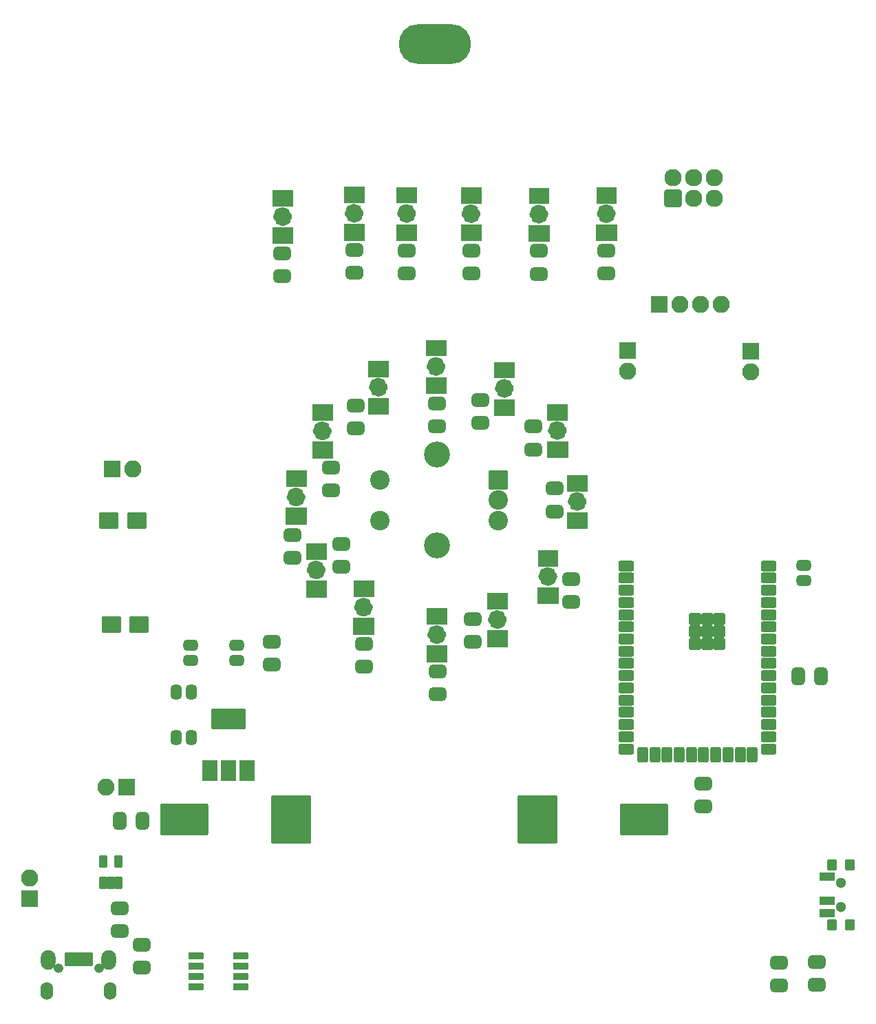
<source format=gbr>
%TF.GenerationSoftware,KiCad,Pcbnew,(6.0.1)*%
%TF.CreationDate,2022-08-20T09:02:39-05:00*%
%TF.ProjectId,BsidesKC-2022-Safe-Badge,42736964-6573-44b4-932d-323032322d53,0-c*%
%TF.SameCoordinates,Original*%
%TF.FileFunction,Soldermask,Bot*%
%TF.FilePolarity,Negative*%
%FSLAX46Y46*%
G04 Gerber Fmt 4.6, Leading zero omitted, Abs format (unit mm)*
G04 Created by KiCad (PCBNEW (6.0.1)) date 2022-08-20 09:02:39*
%MOMM*%
%LPD*%
G01*
G04 APERTURE LIST*
G04 Aperture macros list*
%AMRoundRect*
0 Rectangle with rounded corners*
0 $1 Rounding radius*
0 $2 $3 $4 $5 $6 $7 $8 $9 X,Y pos of 4 corners*
0 Add a 4 corners polygon primitive as box body*
4,1,4,$2,$3,$4,$5,$6,$7,$8,$9,$2,$3,0*
0 Add four circle primitives for the rounded corners*
1,1,$1+$1,$2,$3*
1,1,$1+$1,$4,$5*
1,1,$1+$1,$6,$7*
1,1,$1+$1,$8,$9*
0 Add four rect primitives between the rounded corners*
20,1,$1+$1,$2,$3,$4,$5,0*
20,1,$1+$1,$4,$5,$6,$7,0*
20,1,$1+$1,$6,$7,$8,$9,0*
20,1,$1+$1,$8,$9,$2,$3,0*%
G04 Aperture macros list end*
%ADD10C,1.152495*%
%ADD11C,0.100000*%
%ADD12O,2.127200X2.127200*%
%ADD13RoundRect,0.200000X-0.863600X0.863600X-0.863600X-0.863600X0.863600X-0.863600X0.863600X0.863600X0*%
%ADD14C,2.127200*%
%ADD15R,2.463800X1.955800*%
%ADD16R,2.438400X1.930400*%
%ADD17O,8.900000X4.900000*%
%ADD18RoundRect,0.200000X-0.850000X0.850000X-0.850000X-0.850000X0.850000X-0.850000X0.850000X0.850000X0*%
%ADD19O,2.100000X2.100000*%
%ADD20RoundRect,0.450000X-0.625000X0.375000X-0.625000X-0.375000X0.625000X-0.375000X0.625000X0.375000X0*%
%ADD21RoundRect,0.450000X-0.375000X-0.625000X0.375000X-0.625000X0.375000X0.625000X-0.375000X0.625000X0*%
%ADD22RoundRect,0.450000X0.625000X-0.375000X0.625000X0.375000X-0.625000X0.375000X-0.625000X-0.375000X0*%
%ADD23RoundRect,0.200000X0.750000X1.100000X-0.750000X1.100000X-0.750000X-1.100000X0.750000X-1.100000X0*%
%ADD24RoundRect,0.200000X1.900000X1.100000X-1.900000X1.100000X-1.900000X-1.100000X1.900000X-1.100000X0*%
%ADD25RoundRect,0.200000X0.750000X0.450000X-0.750000X0.450000X-0.750000X-0.450000X0.750000X-0.450000X0*%
%ADD26RoundRect,0.200000X0.450000X-0.750000X0.450000X0.750000X-0.450000X0.750000X-0.450000X-0.750000X0*%
%ADD27RoundRect,0.200000X-0.750000X-0.450000X0.750000X-0.450000X0.750000X0.450000X-0.750000X0.450000X0*%
%ADD28RoundRect,0.200000X-0.550000X-0.550000X0.550000X-0.550000X0.550000X0.550000X-0.550000X0.550000X0*%
%ADD29RoundRect,0.200000X0.974000X0.850000X-0.974000X0.850000X-0.974000X-0.850000X0.974000X-0.850000X0*%
%ADD30RoundRect,0.443750X0.456250X-0.243750X0.456250X0.243750X-0.456250X0.243750X-0.456250X-0.243750X0*%
%ADD31RoundRect,0.200000X0.850000X0.850000X-0.850000X0.850000X-0.850000X-0.850000X0.850000X-0.850000X0*%
%ADD32RoundRect,0.200000X2.750000X1.750000X-2.750000X1.750000X-2.750000X-1.750000X2.750000X-1.750000X0*%
%ADD33RoundRect,0.200000X2.250000X2.750000X-2.250000X2.750000X-2.250000X-2.750000X2.250000X-2.750000X0*%
%ADD34RoundRect,0.070000X-0.875000X0.325000X-0.875000X-0.325000X0.875000X-0.325000X0.875000X0.325000X0*%
%ADD35O,1.200000X1.200000*%
%ADD36RoundRect,0.200000X0.220000X0.650000X-0.220000X0.650000X-0.220000X-0.650000X0.220000X-0.650000X0*%
%ADD37O,1.850000X2.400000*%
%ADD38O,1.550000X2.200000*%
%ADD39RoundRect,0.200000X0.300000X0.600000X-0.300000X0.600000X-0.300000X-0.600000X0.300000X-0.600000X0*%
%ADD40RoundRect,0.443750X0.243750X0.456250X-0.243750X0.456250X-0.243750X-0.456250X0.243750X-0.456250X0*%
%ADD41RoundRect,0.200000X-0.850000X-0.850000X0.850000X-0.850000X0.850000X0.850000X-0.850000X0.850000X0*%
%ADD42RoundRect,0.200000X1.000000X1.000000X-1.000000X1.000000X-1.000000X-1.000000X1.000000X-1.000000X0*%
%ADD43C,2.400000*%
%ADD44C,3.200000*%
%ADD45RoundRect,0.200000X0.850000X-0.850000X0.850000X0.850000X-0.850000X0.850000X-0.850000X-0.850000X0*%
%ADD46RoundRect,0.200000X-0.974000X-0.850000X0.974000X-0.850000X0.974000X0.850000X-0.974000X0.850000X0*%
%ADD47RoundRect,0.200000X-0.400000X0.500000X-0.400000X-0.500000X0.400000X-0.500000X0.400000X0.500000X0*%
%ADD48C,1.300000*%
%ADD49RoundRect,0.200000X-0.750000X0.350000X-0.750000X-0.350000X0.750000X-0.350000X0.750000X0.350000X0*%
G04 APERTURE END LIST*
%TO.C,D1*%
D10*
X129926247Y-51950000D02*
G75*
G03*
X129926247Y-51950000I-576247J0D01*
G01*
D11*
X130594600Y-55252000D02*
X130594600Y-53270800D01*
X130594600Y-53270800D02*
X128105400Y-53270800D01*
X128105400Y-53270800D02*
X128105400Y-55252000D01*
X128105400Y-55252000D02*
X130594600Y-55252000D01*
G36*
X130594600Y-55252000D02*
G01*
X128105400Y-55252000D01*
X128105400Y-53270800D01*
X130594600Y-53270800D01*
X130594600Y-55252000D01*
G37*
X130594600Y-55252000D02*
X128105400Y-55252000D01*
X128105400Y-53270800D01*
X130594600Y-53270800D01*
X130594600Y-55252000D01*
X130569200Y-50629200D02*
X130569200Y-48698800D01*
X130569200Y-48698800D02*
X128130800Y-48698800D01*
X128130800Y-48698800D02*
X128130800Y-50629200D01*
X128130800Y-50629200D02*
X130569200Y-50629200D01*
G36*
X130569200Y-50629200D02*
G01*
X128130800Y-50629200D01*
X128130800Y-48698800D01*
X130569200Y-48698800D01*
X130569200Y-50629200D01*
G37*
X130569200Y-50629200D02*
X128130800Y-50629200D01*
X128130800Y-48698800D01*
X130569200Y-48698800D01*
X130569200Y-50629200D01*
%TO.C,D5*%
D10*
X161451247Y-51650000D02*
G75*
G03*
X161451247Y-51650000I-576247J0D01*
G01*
D11*
X162119600Y-54952000D02*
X162119600Y-52970800D01*
X162119600Y-52970800D02*
X159630400Y-52970800D01*
X159630400Y-52970800D02*
X159630400Y-54952000D01*
X159630400Y-54952000D02*
X162119600Y-54952000D01*
G36*
X162119600Y-54952000D02*
G01*
X159630400Y-54952000D01*
X159630400Y-52970800D01*
X162119600Y-52970800D01*
X162119600Y-54952000D01*
G37*
X162119600Y-54952000D02*
X159630400Y-54952000D01*
X159630400Y-52970800D01*
X162119600Y-52970800D01*
X162119600Y-54952000D01*
X162094200Y-50329200D02*
X162094200Y-48398800D01*
X162094200Y-48398800D02*
X159655800Y-48398800D01*
X159655800Y-48398800D02*
X159655800Y-50329200D01*
X159655800Y-50329200D02*
X162094200Y-50329200D01*
G36*
X162094200Y-50329200D02*
G01*
X159655800Y-50329200D01*
X159655800Y-48398800D01*
X162094200Y-48398800D01*
X162094200Y-50329200D01*
G37*
X162094200Y-50329200D02*
X159655800Y-50329200D01*
X159655800Y-48398800D01*
X162094200Y-48398800D01*
X162094200Y-50329200D01*
%TO.C,D2*%
D10*
X138726247Y-51550000D02*
G75*
G03*
X138726247Y-51550000I-576247J0D01*
G01*
D11*
X139369200Y-50229200D02*
X139369200Y-48298800D01*
X139369200Y-48298800D02*
X136930800Y-48298800D01*
X136930800Y-48298800D02*
X136930800Y-50229200D01*
X136930800Y-50229200D02*
X139369200Y-50229200D01*
G36*
X139369200Y-50229200D02*
G01*
X136930800Y-50229200D01*
X136930800Y-48298800D01*
X139369200Y-48298800D01*
X139369200Y-50229200D01*
G37*
X139369200Y-50229200D02*
X136930800Y-50229200D01*
X136930800Y-48298800D01*
X139369200Y-48298800D01*
X139369200Y-50229200D01*
X139394600Y-54852000D02*
X139394600Y-52870800D01*
X139394600Y-52870800D02*
X136905400Y-52870800D01*
X136905400Y-52870800D02*
X136905400Y-54852000D01*
X136905400Y-54852000D02*
X139394600Y-54852000D01*
G36*
X139394600Y-54852000D02*
G01*
X136905400Y-54852000D01*
X136905400Y-52870800D01*
X139394600Y-52870800D01*
X139394600Y-54852000D01*
G37*
X139394600Y-54852000D02*
X136905400Y-54852000D01*
X136905400Y-52870800D01*
X139394600Y-52870800D01*
X139394600Y-54852000D01*
%TO.C,D15*%
D10*
X139876247Y-99975000D02*
G75*
G03*
X139876247Y-99975000I-576247J0D01*
G01*
D11*
X140519200Y-98654200D02*
X140519200Y-96723800D01*
X140519200Y-96723800D02*
X138080800Y-96723800D01*
X138080800Y-96723800D02*
X138080800Y-98654200D01*
X138080800Y-98654200D02*
X140519200Y-98654200D01*
G36*
X140519200Y-98654200D02*
G01*
X138080800Y-98654200D01*
X138080800Y-96723800D01*
X140519200Y-96723800D01*
X140519200Y-98654200D01*
G37*
X140519200Y-98654200D02*
X138080800Y-98654200D01*
X138080800Y-96723800D01*
X140519200Y-96723800D01*
X140519200Y-98654200D01*
X140544600Y-103277000D02*
X140544600Y-101295800D01*
X140544600Y-101295800D02*
X138055400Y-101295800D01*
X138055400Y-101295800D02*
X138055400Y-103277000D01*
X138055400Y-103277000D02*
X140544600Y-103277000D01*
G36*
X140544600Y-103277000D02*
G01*
X138055400Y-103277000D01*
X138055400Y-101295800D01*
X140544600Y-101295800D01*
X140544600Y-103277000D01*
G37*
X140544600Y-103277000D02*
X138055400Y-103277000D01*
X138055400Y-101295800D01*
X140544600Y-101295800D01*
X140544600Y-103277000D01*
%TO.C,D18*%
D10*
X131576247Y-86425000D02*
G75*
G03*
X131576247Y-86425000I-576247J0D01*
G01*
D11*
X132219200Y-85104200D02*
X132219200Y-83173800D01*
X132219200Y-83173800D02*
X129780800Y-83173800D01*
X129780800Y-83173800D02*
X129780800Y-85104200D01*
X129780800Y-85104200D02*
X132219200Y-85104200D01*
G36*
X132219200Y-85104200D02*
G01*
X129780800Y-85104200D01*
X129780800Y-83173800D01*
X132219200Y-83173800D01*
X132219200Y-85104200D01*
G37*
X132219200Y-85104200D02*
X129780800Y-85104200D01*
X129780800Y-83173800D01*
X132219200Y-83173800D01*
X132219200Y-85104200D01*
X132244600Y-89727000D02*
X132244600Y-87745800D01*
X132244600Y-87745800D02*
X129755400Y-87745800D01*
X129755400Y-87745800D02*
X129755400Y-89727000D01*
X129755400Y-89727000D02*
X132244600Y-89727000D01*
G36*
X132244600Y-89727000D02*
G01*
X129755400Y-89727000D01*
X129755400Y-87745800D01*
X132244600Y-87745800D01*
X132244600Y-89727000D01*
G37*
X132244600Y-89727000D02*
X129755400Y-89727000D01*
X129755400Y-87745800D01*
X132244600Y-87745800D01*
X132244600Y-89727000D01*
%TO.C,D17*%
D10*
X134051247Y-95400000D02*
G75*
G03*
X134051247Y-95400000I-576247J0D01*
G01*
D11*
X134719600Y-98702000D02*
X134719600Y-96720800D01*
X134719600Y-96720800D02*
X132230400Y-96720800D01*
X132230400Y-96720800D02*
X132230400Y-98702000D01*
X132230400Y-98702000D02*
X134719600Y-98702000D01*
G36*
X134719600Y-98702000D02*
G01*
X132230400Y-98702000D01*
X132230400Y-96720800D01*
X134719600Y-96720800D01*
X134719600Y-98702000D01*
G37*
X134719600Y-98702000D02*
X132230400Y-98702000D01*
X132230400Y-96720800D01*
X134719600Y-96720800D01*
X134719600Y-98702000D01*
X134694200Y-94079200D02*
X134694200Y-92148800D01*
X134694200Y-92148800D02*
X132255800Y-92148800D01*
X132255800Y-92148800D02*
X132255800Y-94079200D01*
X132255800Y-94079200D02*
X134694200Y-94079200D01*
G36*
X134694200Y-94079200D02*
G01*
X132255800Y-94079200D01*
X132255800Y-92148800D01*
X134694200Y-92148800D01*
X134694200Y-94079200D01*
G37*
X134694200Y-94079200D02*
X132255800Y-94079200D01*
X132255800Y-92148800D01*
X134694200Y-92148800D01*
X134694200Y-94079200D01*
%TO.C,D8*%
D10*
X157201247Y-73075000D02*
G75*
G03*
X157201247Y-73075000I-576247J0D01*
G01*
D11*
X157869600Y-76377000D02*
X157869600Y-74395800D01*
X157869600Y-74395800D02*
X155380400Y-74395800D01*
X155380400Y-74395800D02*
X155380400Y-76377000D01*
X155380400Y-76377000D02*
X157869600Y-76377000D01*
G36*
X157869600Y-76377000D02*
G01*
X155380400Y-76377000D01*
X155380400Y-74395800D01*
X157869600Y-74395800D01*
X157869600Y-76377000D01*
G37*
X157869600Y-76377000D02*
X155380400Y-76377000D01*
X155380400Y-74395800D01*
X157869600Y-74395800D01*
X157869600Y-76377000D01*
X157844200Y-71754200D02*
X157844200Y-69823800D01*
X157844200Y-69823800D02*
X155405800Y-69823800D01*
X155405800Y-69823800D02*
X155405800Y-71754200D01*
X155405800Y-71754200D02*
X157844200Y-71754200D01*
G36*
X157844200Y-71754200D02*
G01*
X155405800Y-71754200D01*
X155405800Y-69823800D01*
X157844200Y-69823800D01*
X157844200Y-71754200D01*
G37*
X157844200Y-71754200D02*
X155405800Y-71754200D01*
X155405800Y-69823800D01*
X157844200Y-69823800D01*
X157844200Y-71754200D01*
%TO.C,D20*%
D10*
X141701247Y-72925000D02*
G75*
G03*
X141701247Y-72925000I-576247J0D01*
G01*
D11*
X142369600Y-76227000D02*
X142369600Y-74245800D01*
X142369600Y-74245800D02*
X139880400Y-74245800D01*
X139880400Y-74245800D02*
X139880400Y-76227000D01*
X139880400Y-76227000D02*
X142369600Y-76227000D01*
G36*
X142369600Y-76227000D02*
G01*
X139880400Y-76227000D01*
X139880400Y-74245800D01*
X142369600Y-74245800D01*
X142369600Y-76227000D01*
G37*
X142369600Y-76227000D02*
X139880400Y-76227000D01*
X139880400Y-74245800D01*
X142369600Y-74245800D01*
X142369600Y-76227000D01*
X142344200Y-71604200D02*
X142344200Y-69673800D01*
X142344200Y-69673800D02*
X139905800Y-69673800D01*
X139905800Y-69673800D02*
X139905800Y-71604200D01*
X139905800Y-71604200D02*
X142344200Y-71604200D01*
G36*
X142344200Y-71604200D02*
G01*
X139905800Y-71604200D01*
X139905800Y-69673800D01*
X142344200Y-69673800D01*
X142344200Y-71604200D01*
G37*
X142344200Y-71604200D02*
X139905800Y-71604200D01*
X139905800Y-69673800D01*
X142344200Y-69673800D01*
X142344200Y-71604200D01*
%TO.C,D6*%
D10*
X169751247Y-51600000D02*
G75*
G03*
X169751247Y-51600000I-576247J0D01*
G01*
D11*
X170394200Y-50279200D02*
X170394200Y-48348800D01*
X170394200Y-48348800D02*
X167955800Y-48348800D01*
X167955800Y-48348800D02*
X167955800Y-50279200D01*
X167955800Y-50279200D02*
X170394200Y-50279200D01*
G36*
X170394200Y-50279200D02*
G01*
X167955800Y-50279200D01*
X167955800Y-48348800D01*
X170394200Y-48348800D01*
X170394200Y-50279200D01*
G37*
X170394200Y-50279200D02*
X167955800Y-50279200D01*
X167955800Y-48348800D01*
X170394200Y-48348800D01*
X170394200Y-50279200D01*
X170419600Y-54902000D02*
X170419600Y-52920800D01*
X170419600Y-52920800D02*
X167930400Y-52920800D01*
X167930400Y-52920800D02*
X167930400Y-54902000D01*
X167930400Y-54902000D02*
X170419600Y-54902000D01*
G36*
X170419600Y-54902000D02*
G01*
X167930400Y-54902000D01*
X167930400Y-52920800D01*
X170419600Y-52920800D01*
X170419600Y-54902000D01*
G37*
X170419600Y-54902000D02*
X167930400Y-54902000D01*
X167930400Y-52920800D01*
X170419600Y-52920800D01*
X170419600Y-54902000D01*
%TO.C,D14*%
D10*
X148901247Y-103350000D02*
G75*
G03*
X148901247Y-103350000I-576247J0D01*
G01*
D11*
X149569600Y-106652000D02*
X149569600Y-104670800D01*
X149569600Y-104670800D02*
X147080400Y-104670800D01*
X147080400Y-104670800D02*
X147080400Y-106652000D01*
X147080400Y-106652000D02*
X149569600Y-106652000D01*
G36*
X149569600Y-106652000D02*
G01*
X147080400Y-106652000D01*
X147080400Y-104670800D01*
X149569600Y-104670800D01*
X149569600Y-106652000D01*
G37*
X149569600Y-106652000D02*
X147080400Y-106652000D01*
X147080400Y-104670800D01*
X149569600Y-104670800D01*
X149569600Y-106652000D01*
X149544200Y-102029200D02*
X149544200Y-100098800D01*
X149544200Y-100098800D02*
X147105800Y-100098800D01*
X147105800Y-100098800D02*
X147105800Y-102029200D01*
X147105800Y-102029200D02*
X149544200Y-102029200D01*
G36*
X149544200Y-102029200D02*
G01*
X147105800Y-102029200D01*
X147105800Y-100098800D01*
X149544200Y-100098800D01*
X149544200Y-102029200D01*
G37*
X149544200Y-102029200D02*
X147105800Y-102029200D01*
X147105800Y-100098800D01*
X149544200Y-100098800D01*
X149544200Y-102029200D01*
%TO.C,D13*%
D10*
X156351247Y-101500000D02*
G75*
G03*
X156351247Y-101500000I-576247J0D01*
G01*
D11*
X156994200Y-100179200D02*
X156994200Y-98248800D01*
X156994200Y-98248800D02*
X154555800Y-98248800D01*
X154555800Y-98248800D02*
X154555800Y-100179200D01*
X154555800Y-100179200D02*
X156994200Y-100179200D01*
G36*
X156994200Y-100179200D02*
G01*
X154555800Y-100179200D01*
X154555800Y-98248800D01*
X156994200Y-98248800D01*
X156994200Y-100179200D01*
G37*
X156994200Y-100179200D02*
X154555800Y-100179200D01*
X154555800Y-98248800D01*
X156994200Y-98248800D01*
X156994200Y-100179200D01*
X157019600Y-104802000D02*
X157019600Y-102820800D01*
X157019600Y-102820800D02*
X154530400Y-102820800D01*
X154530400Y-102820800D02*
X154530400Y-104802000D01*
X154530400Y-104802000D02*
X157019600Y-104802000D01*
G36*
X157019600Y-104802000D02*
G01*
X154530400Y-104802000D01*
X154530400Y-102820800D01*
X157019600Y-102820800D01*
X157019600Y-104802000D01*
G37*
X157019600Y-104802000D02*
X154530400Y-104802000D01*
X154530400Y-102820800D01*
X157019600Y-102820800D01*
X157019600Y-104802000D01*
%TO.C,D7*%
D10*
X148801247Y-70375000D02*
G75*
G03*
X148801247Y-70375000I-576247J0D01*
G01*
D11*
X149469600Y-73677000D02*
X149469600Y-71695800D01*
X149469600Y-71695800D02*
X146980400Y-71695800D01*
X146980400Y-71695800D02*
X146980400Y-73677000D01*
X146980400Y-73677000D02*
X149469600Y-73677000D01*
G36*
X149469600Y-73677000D02*
G01*
X146980400Y-73677000D01*
X146980400Y-71695800D01*
X149469600Y-71695800D01*
X149469600Y-73677000D01*
G37*
X149469600Y-73677000D02*
X146980400Y-73677000D01*
X146980400Y-71695800D01*
X149469600Y-71695800D01*
X149469600Y-73677000D01*
X149444200Y-69054200D02*
X149444200Y-67123800D01*
X149444200Y-67123800D02*
X147005800Y-67123800D01*
X147005800Y-67123800D02*
X147005800Y-69054200D01*
X147005800Y-69054200D02*
X149444200Y-69054200D01*
G36*
X149444200Y-69054200D02*
G01*
X147005800Y-69054200D01*
X147005800Y-67123800D01*
X149444200Y-67123800D01*
X149444200Y-69054200D01*
G37*
X149444200Y-69054200D02*
X147005800Y-69054200D01*
X147005800Y-67123800D01*
X149444200Y-67123800D01*
X149444200Y-69054200D01*
%TO.C,D9*%
D10*
X163726247Y-78250000D02*
G75*
G03*
X163726247Y-78250000I-576247J0D01*
G01*
D11*
X164369200Y-76929200D02*
X164369200Y-74998800D01*
X164369200Y-74998800D02*
X161930800Y-74998800D01*
X161930800Y-74998800D02*
X161930800Y-76929200D01*
X161930800Y-76929200D02*
X164369200Y-76929200D01*
G36*
X164369200Y-76929200D02*
G01*
X161930800Y-76929200D01*
X161930800Y-74998800D01*
X164369200Y-74998800D01*
X164369200Y-76929200D01*
G37*
X164369200Y-76929200D02*
X161930800Y-76929200D01*
X161930800Y-74998800D01*
X164369200Y-74998800D01*
X164369200Y-76929200D01*
X164394600Y-81552000D02*
X164394600Y-79570800D01*
X164394600Y-79570800D02*
X161905400Y-79570800D01*
X161905400Y-79570800D02*
X161905400Y-81552000D01*
X161905400Y-81552000D02*
X164394600Y-81552000D01*
G36*
X164394600Y-81552000D02*
G01*
X161905400Y-81552000D01*
X161905400Y-79570800D01*
X164394600Y-79570800D01*
X164394600Y-81552000D01*
G37*
X164394600Y-81552000D02*
X161905400Y-81552000D01*
X161905400Y-79570800D01*
X164394600Y-79570800D01*
X164394600Y-81552000D01*
%TO.C,D3*%
D10*
X145176247Y-51575000D02*
G75*
G03*
X145176247Y-51575000I-576247J0D01*
G01*
D11*
X145819200Y-50254200D02*
X145819200Y-48323800D01*
X145819200Y-48323800D02*
X143380800Y-48323800D01*
X143380800Y-48323800D02*
X143380800Y-50254200D01*
X143380800Y-50254200D02*
X145819200Y-50254200D01*
G36*
X145819200Y-50254200D02*
G01*
X143380800Y-50254200D01*
X143380800Y-48323800D01*
X145819200Y-48323800D01*
X145819200Y-50254200D01*
G37*
X145819200Y-50254200D02*
X143380800Y-50254200D01*
X143380800Y-48323800D01*
X145819200Y-48323800D01*
X145819200Y-50254200D01*
X145844600Y-54877000D02*
X145844600Y-52895800D01*
X145844600Y-52895800D02*
X143355400Y-52895800D01*
X143355400Y-52895800D02*
X143355400Y-54877000D01*
X143355400Y-54877000D02*
X145844600Y-54877000D01*
G36*
X145844600Y-54877000D02*
G01*
X143355400Y-54877000D01*
X143355400Y-52895800D01*
X145844600Y-52895800D01*
X145844600Y-54877000D01*
G37*
X145844600Y-54877000D02*
X143355400Y-54877000D01*
X143355400Y-52895800D01*
X145844600Y-52895800D01*
X145844600Y-54877000D01*
%TO.C,D11*%
D10*
X162551247Y-96200000D02*
G75*
G03*
X162551247Y-96200000I-576247J0D01*
G01*
D11*
X163219600Y-99502000D02*
X163219600Y-97520800D01*
X163219600Y-97520800D02*
X160730400Y-97520800D01*
X160730400Y-97520800D02*
X160730400Y-99502000D01*
X160730400Y-99502000D02*
X163219600Y-99502000D01*
G36*
X163219600Y-99502000D02*
G01*
X160730400Y-99502000D01*
X160730400Y-97520800D01*
X163219600Y-97520800D01*
X163219600Y-99502000D01*
G37*
X163219600Y-99502000D02*
X160730400Y-99502000D01*
X160730400Y-97520800D01*
X163219600Y-97520800D01*
X163219600Y-99502000D01*
X163194200Y-94879200D02*
X163194200Y-92948800D01*
X163194200Y-92948800D02*
X160755800Y-92948800D01*
X160755800Y-92948800D02*
X160755800Y-94879200D01*
X160755800Y-94879200D02*
X163194200Y-94879200D01*
G36*
X163194200Y-94879200D02*
G01*
X160755800Y-94879200D01*
X160755800Y-92948800D01*
X163194200Y-92948800D01*
X163194200Y-94879200D01*
G37*
X163194200Y-94879200D02*
X160755800Y-94879200D01*
X160755800Y-92948800D01*
X163194200Y-92948800D01*
X163194200Y-94879200D01*
%TO.C,D10*%
D10*
X166176247Y-86975000D02*
G75*
G03*
X166176247Y-86975000I-576247J0D01*
G01*
D11*
X166844600Y-90277000D02*
X166844600Y-88295800D01*
X166844600Y-88295800D02*
X164355400Y-88295800D01*
X164355400Y-88295800D02*
X164355400Y-90277000D01*
X164355400Y-90277000D02*
X166844600Y-90277000D01*
G36*
X166844600Y-90277000D02*
G01*
X164355400Y-90277000D01*
X164355400Y-88295800D01*
X166844600Y-88295800D01*
X166844600Y-90277000D01*
G37*
X166844600Y-90277000D02*
X164355400Y-90277000D01*
X164355400Y-88295800D01*
X166844600Y-88295800D01*
X166844600Y-90277000D01*
X166819200Y-85654200D02*
X166819200Y-83723800D01*
X166819200Y-83723800D02*
X164380800Y-83723800D01*
X164380800Y-83723800D02*
X164380800Y-85654200D01*
X164380800Y-85654200D02*
X166819200Y-85654200D01*
G36*
X166819200Y-85654200D02*
G01*
X164380800Y-85654200D01*
X164380800Y-83723800D01*
X166819200Y-83723800D01*
X166819200Y-85654200D01*
G37*
X166819200Y-85654200D02*
X164380800Y-85654200D01*
X164380800Y-83723800D01*
X166819200Y-83723800D01*
X166819200Y-85654200D01*
%TO.C,D4*%
D10*
X153101247Y-51600000D02*
G75*
G03*
X153101247Y-51600000I-576247J0D01*
G01*
D11*
X153769600Y-54902000D02*
X153769600Y-52920800D01*
X153769600Y-52920800D02*
X151280400Y-52920800D01*
X151280400Y-52920800D02*
X151280400Y-54902000D01*
X151280400Y-54902000D02*
X153769600Y-54902000D01*
G36*
X153769600Y-54902000D02*
G01*
X151280400Y-54902000D01*
X151280400Y-52920800D01*
X153769600Y-52920800D01*
X153769600Y-54902000D01*
G37*
X153769600Y-54902000D02*
X151280400Y-54902000D01*
X151280400Y-52920800D01*
X153769600Y-52920800D01*
X153769600Y-54902000D01*
X153744200Y-50279200D02*
X153744200Y-48348800D01*
X153744200Y-48348800D02*
X151305800Y-48348800D01*
X151305800Y-48348800D02*
X151305800Y-50279200D01*
X151305800Y-50279200D02*
X153744200Y-50279200D01*
G36*
X153744200Y-50279200D02*
G01*
X151305800Y-50279200D01*
X151305800Y-48348800D01*
X153744200Y-48348800D01*
X153744200Y-50279200D01*
G37*
X153744200Y-50279200D02*
X151305800Y-50279200D01*
X151305800Y-48348800D01*
X153744200Y-48348800D01*
X153744200Y-50279200D01*
%TO.C,D19*%
D10*
X134801247Y-78300000D02*
G75*
G03*
X134801247Y-78300000I-576247J0D01*
G01*
D11*
X135444200Y-76979200D02*
X135444200Y-75048800D01*
X135444200Y-75048800D02*
X133005800Y-75048800D01*
X133005800Y-75048800D02*
X133005800Y-76979200D01*
X133005800Y-76979200D02*
X135444200Y-76979200D01*
G36*
X135444200Y-76979200D02*
G01*
X133005800Y-76979200D01*
X133005800Y-75048800D01*
X135444200Y-75048800D01*
X135444200Y-76979200D01*
G37*
X135444200Y-76979200D02*
X133005800Y-76979200D01*
X133005800Y-75048800D01*
X135444200Y-75048800D01*
X135444200Y-76979200D01*
X135469600Y-81602000D02*
X135469600Y-79620800D01*
X135469600Y-79620800D02*
X132980400Y-79620800D01*
X132980400Y-79620800D02*
X132980400Y-81602000D01*
X132980400Y-81602000D02*
X135469600Y-81602000D01*
G36*
X135469600Y-81602000D02*
G01*
X132980400Y-81602000D01*
X132980400Y-79620800D01*
X135469600Y-79620800D01*
X135469600Y-81602000D01*
G37*
X135469600Y-81602000D02*
X132980400Y-81602000D01*
X132980400Y-79620800D01*
X135469600Y-79620800D01*
X135469600Y-81602000D01*
%TD*%
D12*
%TO.C,X1*%
X177377400Y-47137000D03*
D13*
X177377400Y-49677000D03*
D12*
X179917400Y-47137000D03*
X179917400Y-49677000D03*
D14*
X182457400Y-47137000D03*
X182457400Y-49677000D03*
%TD*%
D15*
%TO.C,D1*%
X129350000Y-54236000D03*
D16*
X129350000Y-49664000D03*
%TD*%
D15*
%TO.C,D5*%
X160875000Y-53936000D03*
D16*
X160875000Y-49364000D03*
%TD*%
%TO.C,D2*%
X138150000Y-49264000D03*
D15*
X138150000Y-53836000D03*
%TD*%
D16*
%TO.C,D15*%
X139300000Y-97689000D03*
D15*
X139300000Y-102261000D03*
%TD*%
D16*
%TO.C,D18*%
X131000000Y-84139000D03*
D15*
X131000000Y-88711000D03*
%TD*%
D16*
%TO.C,D17*%
X133475000Y-93114000D03*
D15*
X133475000Y-97686000D03*
%TD*%
D16*
%TO.C,D8*%
X156625000Y-70789000D03*
D15*
X156625000Y-75361000D03*
%TD*%
%TO.C,D20*%
X141125000Y-75211000D03*
D16*
X141125000Y-70639000D03*
%TD*%
%TO.C,D6*%
X169175000Y-49314000D03*
D15*
X169175000Y-53886000D03*
%TD*%
D16*
%TO.C,D14*%
X148325000Y-101064000D03*
D15*
X148325000Y-105636000D03*
%TD*%
%TO.C,D13*%
X155775000Y-103786000D03*
D16*
X155775000Y-99214000D03*
%TD*%
%TO.C,D7*%
X148225000Y-68089000D03*
D15*
X148225000Y-72661000D03*
%TD*%
%TO.C,D9*%
X163150000Y-80536000D03*
D16*
X163150000Y-75964000D03*
%TD*%
%TO.C,D3*%
X144600000Y-49289000D03*
D15*
X144600000Y-53861000D03*
%TD*%
D16*
%TO.C,D11*%
X161975000Y-93914000D03*
D15*
X161975000Y-98486000D03*
%TD*%
D16*
%TO.C,D10*%
X165600000Y-84689000D03*
D15*
X165600000Y-89261000D03*
%TD*%
%TO.C,D4*%
X152525000Y-53886000D03*
D16*
X152525000Y-49314000D03*
%TD*%
%TO.C,D19*%
X134225000Y-76014000D03*
D15*
X134225000Y-80586000D03*
%TD*%
D17*
%TO.C,REF\u002A\u002A*%
X148082000Y-30734000D03*
%TD*%
D18*
%TO.C,J2*%
X108375000Y-83025000D03*
D19*
X110915000Y-83025000D03*
%TD*%
D20*
%TO.C,D16*%
X190398400Y-143684800D03*
X190398400Y-146484800D03*
%TD*%
%TO.C,D12*%
X112050000Y-141500000D03*
X112050000Y-144300000D03*
%TD*%
D21*
%TO.C,R1*%
X109275000Y-126225000D03*
X112075000Y-126225000D03*
%TD*%
D22*
%TO.C,R21*%
X153695400Y-77346000D03*
X153695400Y-74546000D03*
%TD*%
D23*
%TO.C,U4*%
X125000000Y-120025000D03*
X122700000Y-120025000D03*
X120400000Y-120025000D03*
D24*
X122700000Y-113725000D03*
%TD*%
D25*
%TO.C,ESP32-S2 ROVER*%
X189150000Y-94900000D03*
X189150000Y-96400000D03*
X189150000Y-97900000D03*
X189150000Y-99400000D03*
X189150000Y-100900000D03*
X189150000Y-102400000D03*
X189150000Y-103900000D03*
X189150000Y-105400000D03*
X189150000Y-106900000D03*
X189150000Y-108400000D03*
X189150000Y-109900000D03*
X189150000Y-111400000D03*
X189150000Y-112900000D03*
X189150000Y-114400000D03*
X189150000Y-115900000D03*
X189150000Y-117400000D03*
D26*
X187150000Y-118150000D03*
X185650000Y-118150000D03*
X184150000Y-118150000D03*
X182650000Y-118150000D03*
X181150000Y-118150000D03*
X179650000Y-118150000D03*
X178150000Y-118150000D03*
X176650000Y-118150000D03*
X175150000Y-118150000D03*
X173650000Y-118150000D03*
D27*
X171650000Y-117400000D03*
X171650000Y-115900000D03*
X171650000Y-114400000D03*
X171650000Y-112900000D03*
X171650000Y-111400000D03*
X171650000Y-109900000D03*
X171650000Y-108400000D03*
X171650000Y-106900000D03*
X171650000Y-105400000D03*
X171650000Y-103900000D03*
X171650000Y-102400000D03*
X171650000Y-100900000D03*
X171650000Y-99400000D03*
X171650000Y-97900000D03*
X171650000Y-96400000D03*
X171650000Y-94900000D03*
D28*
X181590000Y-101400000D03*
X183090000Y-104450000D03*
X183090000Y-102950000D03*
X181590000Y-102950000D03*
X180090000Y-102950000D03*
X180090000Y-104450000D03*
X183090000Y-101400000D03*
X180090000Y-101400000D03*
X181590000Y-104450000D03*
%TD*%
D22*
%TO.C,R23*%
X148437600Y-110645400D03*
X148437600Y-107845400D03*
%TD*%
D29*
%TO.C,SW2*%
X111400000Y-89350000D03*
X108000000Y-89350000D03*
%TD*%
D22*
%TO.C,R14*%
X160197800Y-80571800D03*
X160197800Y-77771800D03*
%TD*%
D20*
%TO.C,R3*%
X195046600Y-143583200D03*
X195046600Y-146383200D03*
%TD*%
D30*
%TO.C,C2*%
X193450000Y-96712500D03*
X193450000Y-94837500D03*
%TD*%
D22*
%TO.C,R17*%
X138353800Y-78006400D03*
X138353800Y-75206400D03*
%TD*%
D31*
%TO.C,J7*%
X186944000Y-68473400D03*
D19*
X186944000Y-71013400D03*
%TD*%
D22*
%TO.C,R15*%
X152730200Y-104270000D03*
X152730200Y-101470000D03*
%TD*%
%TO.C,R7*%
X129336800Y-59286600D03*
X129336800Y-56486600D03*
%TD*%
%TO.C,R24*%
X130581400Y-93881400D03*
X130581400Y-91081400D03*
%TD*%
D20*
%TO.C,R5*%
X181100000Y-121675000D03*
X181100000Y-124475000D03*
%TD*%
D22*
%TO.C,R11*%
X164871400Y-99342400D03*
X164871400Y-96542400D03*
%TD*%
%TO.C,R4*%
X128016000Y-107064000D03*
X128016000Y-104264000D03*
%TD*%
D32*
%TO.C,BT1*%
X173850000Y-126075000D03*
D33*
X160675000Y-126075000D03*
X130375000Y-126100000D03*
D32*
X117250000Y-126075000D03*
%TD*%
D22*
%TO.C,R18*%
X138201400Y-58880200D03*
X138201400Y-56080200D03*
%TD*%
D20*
%TO.C,R22*%
X162788600Y-85391800D03*
X162788600Y-88191800D03*
%TD*%
D22*
%TO.C,R10*%
X148310600Y-77727000D03*
X148310600Y-74927000D03*
%TD*%
D34*
%TO.C,U3*%
X124175000Y-142845000D03*
X124175000Y-144115000D03*
X124175000Y-145385000D03*
X124175000Y-146655000D03*
X118675000Y-146655000D03*
X118675000Y-145385000D03*
X118675000Y-144115000D03*
X118675000Y-142845000D03*
%TD*%
D35*
%TO.C,J4*%
X106750000Y-144375000D03*
X101750000Y-144375000D03*
D36*
X105550000Y-143275000D03*
X104900000Y-143275000D03*
X104250000Y-143275000D03*
X103600000Y-143275000D03*
X102950000Y-143275000D03*
D37*
X107975000Y-143325000D03*
X100525000Y-143325000D03*
D38*
X108125000Y-147125000D03*
X100375000Y-147125000D03*
%TD*%
D39*
%TO.C,U1*%
X109175000Y-133875000D03*
X108225000Y-133875000D03*
X107275000Y-133875000D03*
X107275000Y-131275000D03*
X109175000Y-131275000D03*
%TD*%
D22*
%TO.C,R8*%
X144602200Y-58905600D03*
X144602200Y-56105600D03*
%TD*%
D40*
%TO.C,C1*%
X118137500Y-110400000D03*
X116262500Y-110400000D03*
%TD*%
%TO.C,C5*%
X118137500Y-116000000D03*
X116262500Y-116000000D03*
%TD*%
D30*
%TO.C,C4*%
X118059200Y-106499900D03*
X118059200Y-104624900D03*
%TD*%
D41*
%TO.C,GND 5v*%
X98200000Y-135800000D03*
D19*
X98200000Y-133260000D03*
%TD*%
D21*
%TO.C,R6*%
X192825000Y-108500000D03*
X195625000Y-108500000D03*
%TD*%
D42*
%TO.C,SW3*%
X155850000Y-84300000D03*
D43*
X155850000Y-89300000D03*
X155850000Y-86800000D03*
D44*
X148350000Y-92400000D03*
X148350000Y-81200000D03*
D43*
X141350000Y-84300000D03*
X141350000Y-89300000D03*
%TD*%
D22*
%TO.C,R9*%
X160909000Y-58981800D03*
X160909000Y-56181800D03*
%TD*%
D45*
%TO.C,D- D+*%
X110150000Y-122100000D03*
D19*
X107610000Y-122100000D03*
%TD*%
D22*
%TO.C,R12*%
X139344400Y-107318000D03*
X139344400Y-104518000D03*
%TD*%
D46*
%TO.C,Reset*%
X108300000Y-102125000D03*
X111700000Y-102125000D03*
%TD*%
D47*
%TO.C,1/0*%
X199180000Y-131700000D03*
D48*
X198080000Y-136850000D03*
X198080000Y-133850000D03*
D47*
X196970000Y-131700000D03*
X196970000Y-139000000D03*
X199180000Y-139000000D03*
D49*
X196320000Y-133100000D03*
X196320000Y-136100000D03*
X196320000Y-137600000D03*
%TD*%
D22*
%TO.C,R16*%
X136601200Y-94999000D03*
X136601200Y-92199000D03*
%TD*%
%TO.C,R20*%
X169189400Y-58956400D03*
X169189400Y-56156400D03*
%TD*%
D18*
%TO.C,J1*%
X175701800Y-62763400D03*
D19*
X178241800Y-62763400D03*
X180781800Y-62763400D03*
X183321800Y-62763400D03*
%TD*%
D22*
%TO.C,R13*%
X135305800Y-85601000D03*
X135305800Y-82801000D03*
%TD*%
D30*
%TO.C,C3*%
X123748800Y-106550700D03*
X123748800Y-104675700D03*
%TD*%
D22*
%TO.C,R19*%
X152552400Y-58931000D03*
X152552400Y-56131000D03*
%TD*%
D31*
%TO.C,J6*%
X171831000Y-68448000D03*
D19*
X171831000Y-70988000D03*
%TD*%
D22*
%TO.C,R2*%
X109300000Y-139800000D03*
X109300000Y-137000000D03*
%TD*%
M02*

</source>
